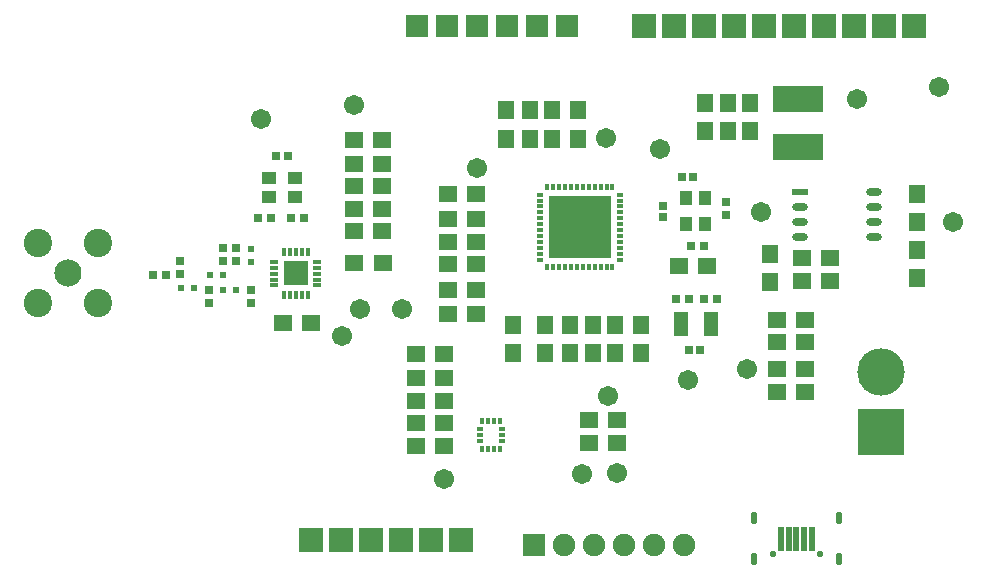
<source format=gts>
G04*
G04 #@! TF.GenerationSoftware,Altium Limited,Altium Designer,22.11.1 (43)*
G04*
G04 Layer_Color=8388736*
%FSLAX44Y44*%
%MOMM*%
G71*
G04*
G04 #@! TF.SameCoordinates,C070AB6A-2F18-4790-B33B-C4DBF4FCC7D7*
G04*
G04*
G04 #@! TF.FilePolarity,Negative*
G04*
G01*
G75*
%ADD45R,0.4400X0.6400*%
%ADD46R,0.6400X0.4400*%
%ADD47R,2.0400X2.0400*%
%ADD48R,1.6000X1.4500*%
%ADD49R,0.5500X2.0000*%
%ADD50R,0.6300X0.3800*%
%ADD51R,0.3800X0.6300*%
%ADD52R,5.2800X5.2800*%
%ADD53R,1.3532X0.6332*%
%ADD54O,1.3532X0.6332*%
%ADD55C,1.7032*%
%ADD56R,1.4500X1.6000*%
%ADD57R,0.5750X0.3500*%
%ADD58R,0.3500X0.5750*%
%ADD59R,1.1032X1.2032*%
%ADD60R,1.1032X1.2032*%
%ADD61R,1.2032X1.1032*%
%ADD62R,1.2032X1.1032*%
%ADD63R,1.3032X2.1032*%
%ADD64R,4.2032X2.2032*%
%ADD65R,0.7200X0.6700*%
%ADD66R,0.6700X0.7200*%
%ADD67R,0.5000X0.5000*%
%ADD68R,0.5000X0.5000*%
%ADD69R,0.7000X0.7000*%
%ADD70R,0.7000X0.7000*%
%ADD71C,2.3032*%
%ADD72C,2.4032*%
%ADD73R,1.8500X1.8500*%
%ADD74R,2.0032X2.0032*%
%ADD75C,1.9032*%
%ADD76R,1.9032X1.9032*%
%ADD77R,4.0132X4.0132*%
%ADD78C,4.0132*%
%ADD79C,0.5500*%
G04:AMPARAMS|DCode=80|XSize=1.05mm|YSize=0.45mm|CornerRadius=0.15mm|HoleSize=0mm|Usage=FLASHONLY|Rotation=270.000|XOffset=0mm|YOffset=0mm|HoleType=Round|Shape=RoundedRectangle|*
%AMROUNDEDRECTD80*
21,1,1.0500,0.1500,0,0,270.0*
21,1,0.7500,0.4500,0,0,270.0*
1,1,0.3000,-0.0750,-0.3750*
1,1,0.3000,-0.0750,0.3750*
1,1,0.3000,0.0750,0.3750*
1,1,0.3000,0.0750,-0.3750*
%
%ADD80ROUNDEDRECTD80*%
D45*
X589040Y496900D02*
D03*
X584040D02*
D03*
X579040D02*
D03*
X574040D02*
D03*
X569040D02*
D03*
Y533400D02*
D03*
X574040D02*
D03*
X579040D02*
D03*
X584040D02*
D03*
X589040D02*
D03*
D46*
X560790Y505150D02*
D03*
Y510150D02*
D03*
Y515150D02*
D03*
Y520150D02*
D03*
Y525150D02*
D03*
X597290D02*
D03*
Y520150D02*
D03*
Y515150D02*
D03*
Y510150D02*
D03*
Y505150D02*
D03*
D47*
X579510Y515310D02*
D03*
D48*
X652080Y551180D02*
D03*
X628080D02*
D03*
X652080Y570230D02*
D03*
X628080D02*
D03*
X652080Y589280D02*
D03*
X628080D02*
D03*
Y608330D02*
D03*
X652080D02*
D03*
X628080Y628650D02*
D03*
X652080D02*
D03*
X708090Y582930D02*
D03*
X732090D02*
D03*
X827470Y391160D02*
D03*
X851470D02*
D03*
X827470Y372110D02*
D03*
X851470D02*
D03*
X680720Y447040D02*
D03*
X704720D02*
D03*
X568390Y473710D02*
D03*
X592390D02*
D03*
X1010220Y434340D02*
D03*
X986220D02*
D03*
X708090Y501650D02*
D03*
X732090D02*
D03*
X680720Y426720D02*
D03*
X704720D02*
D03*
X1010220Y415290D02*
D03*
X986220D02*
D03*
Y457200D02*
D03*
X1010220D02*
D03*
X986220Y476250D02*
D03*
X1010220D02*
D03*
X1007810Y509270D02*
D03*
X1031810D02*
D03*
Y528320D02*
D03*
X1007810D02*
D03*
X903670Y521970D02*
D03*
X927670D02*
D03*
X732090Y523240D02*
D03*
X708090D02*
D03*
X732090Y542290D02*
D03*
X708090D02*
D03*
X732090Y561340D02*
D03*
X708090D02*
D03*
Y481330D02*
D03*
X732090D02*
D03*
X704720Y407670D02*
D03*
X680720D02*
D03*
X704720Y388620D02*
D03*
X680720D02*
D03*
X704720Y369570D02*
D03*
X680720D02*
D03*
X628650Y524510D02*
D03*
X652650D02*
D03*
D49*
X1003000Y290830D02*
D03*
X1009500D02*
D03*
X990000D02*
D03*
X996500D02*
D03*
X1016000D02*
D03*
D50*
X785940Y542050D02*
D03*
Y547050D02*
D03*
X853440Y567050D02*
D03*
Y527050D02*
D03*
Y532050D02*
D03*
Y537050D02*
D03*
Y542050D02*
D03*
Y547050D02*
D03*
Y552050D02*
D03*
Y562050D02*
D03*
Y572050D02*
D03*
Y577050D02*
D03*
Y582050D02*
D03*
X785940D02*
D03*
Y577050D02*
D03*
Y572050D02*
D03*
Y567050D02*
D03*
Y562050D02*
D03*
Y557050D02*
D03*
Y552050D02*
D03*
Y537050D02*
D03*
Y532050D02*
D03*
Y527050D02*
D03*
X853440Y557050D02*
D03*
D51*
X847190Y588300D02*
D03*
X842190D02*
D03*
X837190D02*
D03*
X832190D02*
D03*
X827190D02*
D03*
X822190D02*
D03*
X817190D02*
D03*
X812190D02*
D03*
X807190D02*
D03*
X802190D02*
D03*
X797190D02*
D03*
X792190D02*
D03*
Y520800D02*
D03*
X797190D02*
D03*
X802190D02*
D03*
X807190D02*
D03*
X812190D02*
D03*
X817190D02*
D03*
X822190D02*
D03*
X827190D02*
D03*
X832190D02*
D03*
X837190D02*
D03*
X842190D02*
D03*
X847190D02*
D03*
D52*
X819658Y554482D02*
D03*
D53*
X1005840Y584200D02*
D03*
D54*
Y571500D02*
D03*
Y558800D02*
D03*
Y546100D02*
D03*
X1068840Y584200D02*
D03*
Y571500D02*
D03*
Y558800D02*
D03*
Y546100D02*
D03*
D55*
X1054100Y662940D02*
D03*
X1135380Y558800D02*
D03*
X961390Y434340D02*
D03*
X972820Y567690D02*
D03*
X1123950Y673100D02*
D03*
X850900Y346710D02*
D03*
X732790Y604520D02*
D03*
X669290Y485140D02*
D03*
X618490Y462280D02*
D03*
X633730Y485140D02*
D03*
X842010Y629920D02*
D03*
X843280Y411480D02*
D03*
X821690Y345440D02*
D03*
X887730Y621030D02*
D03*
X911365Y424955D02*
D03*
X704850Y341630D02*
D03*
X628650Y657860D02*
D03*
X549910Y646430D02*
D03*
D56*
X1104900Y558800D02*
D03*
Y582800D02*
D03*
X963930Y635700D02*
D03*
Y659700D02*
D03*
X980440Y508130D02*
D03*
Y532130D02*
D03*
X1104900Y511240D02*
D03*
Y535240D02*
D03*
X789940Y447740D02*
D03*
Y471740D02*
D03*
X817880Y653350D02*
D03*
Y629350D02*
D03*
X763270Y447740D02*
D03*
Y471740D02*
D03*
X871220Y447740D02*
D03*
Y471740D02*
D03*
X796290Y653350D02*
D03*
Y629350D02*
D03*
X811530Y471740D02*
D03*
Y447740D02*
D03*
X830580Y471740D02*
D03*
Y447740D02*
D03*
X849630Y471740D02*
D03*
Y447740D02*
D03*
X756920Y653350D02*
D03*
Y629350D02*
D03*
X777240D02*
D03*
Y653350D02*
D03*
X925830Y635700D02*
D03*
Y659700D02*
D03*
X944880Y635700D02*
D03*
Y659700D02*
D03*
D57*
X735095Y383460D02*
D03*
Y378460D02*
D03*
Y373460D02*
D03*
X753345D02*
D03*
Y378460D02*
D03*
Y383460D02*
D03*
D58*
X736720Y366835D02*
D03*
X741720D02*
D03*
X746720D02*
D03*
X751720D02*
D03*
Y390085D02*
D03*
X746720D02*
D03*
X741720D02*
D03*
X736720D02*
D03*
D59*
X925830Y557530D02*
D03*
X909830Y579530D02*
D03*
X925830D02*
D03*
D60*
X909830Y557530D02*
D03*
D61*
X556260Y580390D02*
D03*
X578260Y596390D02*
D03*
Y580390D02*
D03*
D62*
X556260Y596390D02*
D03*
D63*
X930510Y472440D02*
D03*
X905510D02*
D03*
D64*
X1004570Y622120D02*
D03*
Y663120D02*
D03*
D65*
X890270Y572490D02*
D03*
Y562890D02*
D03*
D66*
X921740Y450850D02*
D03*
X912140D02*
D03*
X905790Y596900D02*
D03*
X915390D02*
D03*
X572210Y614680D02*
D03*
X562610D02*
D03*
D67*
X517740Y501650D02*
D03*
X528740D02*
D03*
X506310Y514350D02*
D03*
X517310D02*
D03*
X482180Y502920D02*
D03*
X493180D02*
D03*
D68*
X541020Y525360D02*
D03*
Y536360D02*
D03*
D69*
X900860Y494030D02*
D03*
X911860D02*
D03*
X924560D02*
D03*
X935560D02*
D03*
X924980Y538480D02*
D03*
X913980D02*
D03*
X469050Y514350D02*
D03*
X458050D02*
D03*
X528740Y525780D02*
D03*
X517740D02*
D03*
Y537210D02*
D03*
X528740D02*
D03*
X546950Y562610D02*
D03*
X557950D02*
D03*
X585890Y562610D02*
D03*
X574890D02*
D03*
D70*
X943610Y564730D02*
D03*
Y575730D02*
D03*
X541020Y501650D02*
D03*
Y490650D02*
D03*
X505460Y501650D02*
D03*
Y490650D02*
D03*
X481330Y526200D02*
D03*
Y515200D02*
D03*
D71*
X386080Y515620D02*
D03*
D72*
X360580Y490120D02*
D03*
Y541120D02*
D03*
X411580Y490120D02*
D03*
Y541120D02*
D03*
D73*
X808990Y725170D02*
D03*
X783590D02*
D03*
X758190D02*
D03*
X732790D02*
D03*
X707390D02*
D03*
X681990D02*
D03*
D74*
X718820Y289560D02*
D03*
X693420D02*
D03*
X668020D02*
D03*
X642620D02*
D03*
X617220D02*
D03*
X591820D02*
D03*
X1102360Y725170D02*
D03*
X1076960D02*
D03*
X1051560D02*
D03*
X1026160D02*
D03*
X1000760D02*
D03*
X975360D02*
D03*
X949960D02*
D03*
X924560D02*
D03*
X899160D02*
D03*
X873760D02*
D03*
D75*
X882650Y285750D02*
D03*
X857250D02*
D03*
X831850D02*
D03*
X806450D02*
D03*
X908050D02*
D03*
D76*
X781050D02*
D03*
D77*
X1074420Y381000D02*
D03*
D78*
Y431800D02*
D03*
D79*
X983000Y277830D02*
D03*
X1023000D02*
D03*
D80*
X967250Y308080D02*
D03*
Y273580D02*
D03*
X1038750D02*
D03*
Y308080D02*
D03*
M02*

</source>
